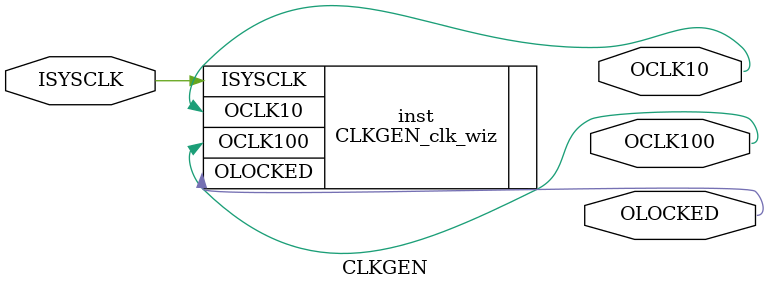
<source format=v>


`timescale 1ps/1ps

(* CORE_GENERATION_INFO = "CLKGEN,clk_wiz_v6_0_0_0,{component_name=CLKGEN,use_phase_alignment=true,use_min_o_jitter=false,use_max_i_jitter=false,use_dyn_phase_shift=false,use_inclk_switchover=false,use_dyn_reconfig=false,enable_axi=0,feedback_source=FDBK_AUTO,PRIMITIVE=MMCM,num_out_clk=2,clkin1_period=83.333,clkin2_period=10.0,use_power_down=false,use_reset=false,use_locked=true,use_inclk_stopped=false,feedback_type=SINGLE,CLOCK_MGR_TYPE=NA,manual_override=false}" *)

module CLKGEN 
 (
  // Clock out ports
  output        OCLK100,
  output        OCLK10,
  // Status and control signals
  output        OLOCKED,
 // Clock in ports
  input         ISYSCLK
 );

  CLKGEN_clk_wiz inst
  (
  // Clock out ports  
  .OCLK100(OCLK100),
  .OCLK10(OCLK10),
  // Status and control signals               
  .OLOCKED(OLOCKED),
 // Clock in ports
  .ISYSCLK(ISYSCLK)
  );

endmodule

</source>
